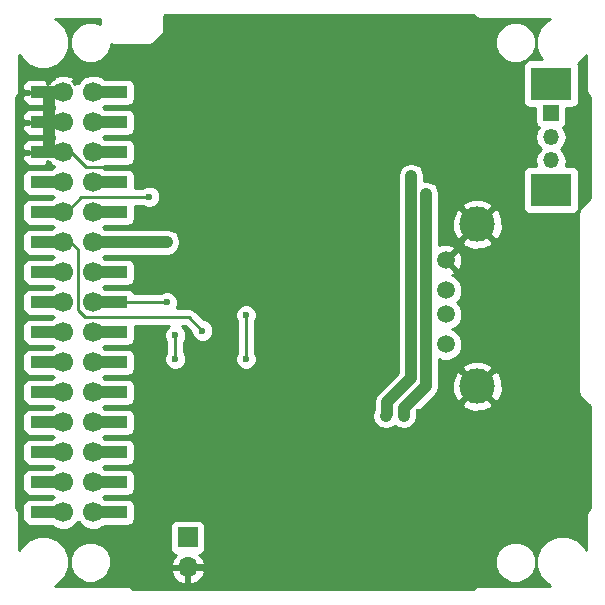
<source format=gbl>
G04 #@! TF.FileFunction,Copper,L2,Bot,Signal*
%FSLAX46Y46*%
G04 Gerber Fmt 4.6, Leading zero omitted, Abs format (unit mm)*
G04 Created by KiCad (PCBNEW 4.0.7) date 09/12/18 20:21:31*
%MOMM*%
%LPD*%
G01*
G04 APERTURE LIST*
%ADD10C,0.100000*%
%ADD11R,1.700000X1.700000*%
%ADD12O,1.700000X1.700000*%
%ADD13C,1.500000*%
%ADD14C,3.000000*%
%ADD15R,3.500000X2.800000*%
%ADD16R,1.350000X1.350000*%
%ADD17O,1.350000X1.350000*%
%ADD18R,3.150000X1.000000*%
%ADD19C,0.800000*%
%ADD20C,1.700000*%
%ADD21C,0.600000*%
%ADD22C,0.500000*%
%ADD23C,0.250000*%
%ADD24C,1.000000*%
%ADD25C,0.254000*%
G04 APERTURE END LIST*
D10*
D11*
X119240000Y-127920000D03*
D12*
X119240000Y-130460000D03*
D13*
X141100000Y-104452400D03*
X141100000Y-106992400D03*
X141100000Y-109022400D03*
X141100000Y-111562400D03*
D14*
X143770000Y-101402400D03*
X143770000Y-115122400D03*
D15*
X150000000Y-98500000D03*
D16*
X150000000Y-92000000D03*
D17*
X150000000Y-94000000D03*
X150000000Y-96000000D03*
D15*
X150000000Y-89500000D03*
D18*
X107475000Y-90220000D03*
D19*
X106825000Y-90220000D03*
D18*
X112555000Y-90220000D03*
X107475000Y-92760000D03*
X112555000Y-92760000D03*
X107475000Y-95300000D03*
X112555000Y-95300000D03*
X107475000Y-97840000D03*
X112555000Y-97840000D03*
X107475000Y-100380000D03*
X112555000Y-100380000D03*
X107475000Y-102920000D03*
X112555000Y-102920000D03*
X107475000Y-105460000D03*
X112555000Y-105460000D03*
X107475000Y-108000000D03*
X112555000Y-108000000D03*
X107475000Y-110540000D03*
X112555000Y-110540000D03*
X107475000Y-113080000D03*
X112555000Y-113080000D03*
X107475000Y-115620000D03*
X112555000Y-115620000D03*
X107475000Y-118160000D03*
X112555000Y-118160000D03*
X107475000Y-120700000D03*
X112555000Y-120700000D03*
X107475000Y-123240000D03*
X112555000Y-123240000D03*
X107475000Y-125780000D03*
X112555000Y-125780000D03*
D19*
X106825000Y-92760000D03*
X106825000Y-95300000D03*
X106825000Y-97840000D03*
X106825000Y-100380000D03*
X106825000Y-102920000D03*
X106825000Y-105460000D03*
X106825000Y-108000000D03*
X106825000Y-110540000D03*
X106825000Y-113080000D03*
X106825000Y-115620000D03*
X106825000Y-118160000D03*
X106825000Y-120700000D03*
X106825000Y-123240000D03*
X106825000Y-125780000D03*
X113175000Y-90220000D03*
X113175000Y-92760000D03*
X113175000Y-95300000D03*
X113175000Y-97840000D03*
X113175000Y-100380000D03*
X113175000Y-102920000D03*
X113175000Y-105460000D03*
X113175000Y-108000000D03*
X113175000Y-110540000D03*
X113175000Y-113080000D03*
X113175000Y-115620000D03*
X113175000Y-118160000D03*
X113175000Y-120700000D03*
X113175000Y-123240000D03*
X113175000Y-125780000D03*
D20*
X108730000Y-90220000D03*
X111270000Y-90220000D03*
X108730000Y-92760000D03*
X111270000Y-92760000D03*
X108730000Y-95300000D03*
X111270000Y-95300000D03*
X108730000Y-97840000D03*
X111270000Y-97840000D03*
X108730000Y-100380000D03*
X111270000Y-100380000D03*
X108730000Y-102920000D03*
X111270000Y-102920000D03*
X108730000Y-105460000D03*
X111270000Y-105460000D03*
X108730000Y-108000000D03*
X111270000Y-108000000D03*
X108730000Y-110540000D03*
X111270000Y-110540000D03*
X108730000Y-113080000D03*
X111270000Y-113080000D03*
X108730000Y-115620000D03*
X111270000Y-115620000D03*
X108730000Y-118160000D03*
X111270000Y-118160000D03*
X108730000Y-120700000D03*
X111270000Y-120700000D03*
X108730000Y-123240000D03*
X111270000Y-123240000D03*
X108730000Y-125780000D03*
X111270000Y-125780000D03*
D21*
X150355000Y-120935000D03*
X141846000Y-121062000D03*
X141719000Y-130460000D03*
X119875000Y-100361000D03*
X123939000Y-100361000D03*
X119875000Y-94000000D03*
X129908000Y-100361000D03*
X135369000Y-88423000D03*
X135369000Y-94011000D03*
X129908000Y-94011000D03*
X123939000Y-94011000D03*
X130035000Y-88423000D03*
X123939000Y-88423000D03*
X116700000Y-88423000D03*
X116700000Y-94011000D03*
X136400000Y-109100000D03*
X135400000Y-98800000D03*
X135400000Y-104500000D03*
X131800000Y-108000000D03*
X138800000Y-117332000D03*
X126400000Y-109200000D03*
X117505002Y-102901000D03*
X116000000Y-99073000D03*
X120500000Y-110400000D03*
X124200000Y-109100000D03*
X124200000Y-112800000D03*
X117500000Y-108000000D03*
X118200000Y-110800000D03*
X118200000Y-112800000D03*
X138163000Y-97313000D03*
X136004000Y-117633000D03*
X139433000Y-98837000D03*
X137528000Y-117633000D03*
D22*
X119240000Y-130460000D02*
X141719000Y-130460000D01*
X141973000Y-120935000D02*
X150355000Y-120935000D01*
X141846000Y-121062000D02*
X141973000Y-120935000D01*
X123939000Y-100361000D02*
X119875000Y-100361000D01*
X129908000Y-94011000D02*
X135369000Y-94011000D01*
X119875000Y-94000000D02*
X123928000Y-94000000D01*
X123928000Y-94000000D02*
X123939000Y-94011000D01*
X119864000Y-94011000D02*
X119748000Y-94011000D01*
X119875000Y-94000000D02*
X119864000Y-94011000D01*
X116700000Y-94011000D02*
X119748000Y-94011000D01*
X116700000Y-88423000D02*
X123939000Y-88423000D01*
X116700000Y-88423000D02*
X116700000Y-94011000D01*
D23*
X107475000Y-95300000D02*
X109353000Y-95300000D01*
X116700000Y-95535000D02*
X116700000Y-94011000D01*
X115684000Y-96551000D02*
X116700000Y-95535000D01*
X110604000Y-96551000D02*
X115684000Y-96551000D01*
X109353000Y-95300000D02*
X110604000Y-96551000D01*
D24*
X107475000Y-92760000D02*
X107475000Y-95300000D01*
X107475000Y-90220000D02*
X107475000Y-92760000D01*
X117486002Y-102920000D02*
X112555000Y-102920000D01*
X117505002Y-102901000D02*
X117486002Y-102920000D01*
D23*
X116000000Y-99073000D02*
X110200000Y-99073000D01*
X109020000Y-100380000D02*
X110200000Y-99073000D01*
X109020000Y-100380000D02*
X107475000Y-100380000D01*
X109320000Y-102920000D02*
X107475000Y-102920000D01*
X109952400Y-103527000D02*
X109320000Y-102920000D01*
X109952400Y-108627000D02*
X109952400Y-103527000D01*
X110550800Y-109250800D02*
X109952400Y-108627000D01*
X119350800Y-109250800D02*
X110550800Y-109250800D01*
X120500000Y-110400000D02*
X119350800Y-109250800D01*
X124200000Y-109100000D02*
X124200000Y-112800000D01*
X117500000Y-108000000D02*
X112555000Y-108000000D01*
X118200000Y-110800000D02*
X118200000Y-112800000D01*
D24*
X138163000Y-114458000D02*
X138163000Y-97313000D01*
X136131000Y-116490000D02*
X138163000Y-114458000D01*
X136131000Y-117506000D02*
X136131000Y-116490000D01*
X136004000Y-117633000D02*
X136131000Y-117506000D01*
X137528000Y-116998000D02*
X139433000Y-115093000D01*
X139433000Y-115093000D02*
X139433000Y-98837000D01*
X137528000Y-117633000D02*
X137528000Y-116998000D01*
D25*
G36*
X143497954Y-83802046D02*
X143728295Y-83955954D01*
X144000000Y-84010000D01*
X149963500Y-84010000D01*
X149735628Y-84104155D01*
X149106364Y-84732321D01*
X148765389Y-85553481D01*
X148764613Y-86442619D01*
X149104155Y-87264372D01*
X149292015Y-87452560D01*
X148250000Y-87452560D01*
X148014683Y-87496838D01*
X147798559Y-87635910D01*
X147653569Y-87848110D01*
X147602560Y-88100000D01*
X147602560Y-90900000D01*
X147646838Y-91135317D01*
X147785910Y-91351441D01*
X147998110Y-91496431D01*
X148250000Y-91547440D01*
X148677560Y-91547440D01*
X148677560Y-92675000D01*
X148721838Y-92910317D01*
X148860910Y-93126441D01*
X148965177Y-93197683D01*
X148764054Y-93498685D01*
X148664336Y-94000000D01*
X148764054Y-94501315D01*
X149048026Y-94926310D01*
X149158311Y-95000000D01*
X149048026Y-95073690D01*
X148764054Y-95498685D01*
X148664336Y-96000000D01*
X148754356Y-96452560D01*
X148250000Y-96452560D01*
X148014683Y-96496838D01*
X147798559Y-96635910D01*
X147653569Y-96848110D01*
X147602560Y-97100000D01*
X147602560Y-99900000D01*
X147646838Y-100135317D01*
X147785910Y-100351441D01*
X147998110Y-100496431D01*
X148250000Y-100547440D01*
X151750000Y-100547440D01*
X151985317Y-100503162D01*
X152201441Y-100364090D01*
X152346431Y-100151890D01*
X152397440Y-99900000D01*
X152397440Y-97100000D01*
X152353162Y-96864683D01*
X152214090Y-96648559D01*
X152001890Y-96503569D01*
X151750000Y-96452560D01*
X151245644Y-96452560D01*
X151335664Y-96000000D01*
X151235946Y-95498685D01*
X150951974Y-95073690D01*
X150841689Y-95000000D01*
X150951974Y-94926310D01*
X151235946Y-94501315D01*
X151335664Y-94000000D01*
X151235946Y-93498685D01*
X151034992Y-93197936D01*
X151126441Y-93139090D01*
X151271431Y-92926890D01*
X151322440Y-92675000D01*
X151322440Y-91547440D01*
X151750000Y-91547440D01*
X151985317Y-91503162D01*
X152201441Y-91364090D01*
X152346431Y-91151890D01*
X152397440Y-90900000D01*
X152397440Y-88100000D01*
X152353162Y-87864683D01*
X152330644Y-87829689D01*
X152893636Y-87267679D01*
X152990000Y-87035608D01*
X152990000Y-90000000D01*
X153044046Y-90271705D01*
X153197954Y-90502046D01*
X153290000Y-90594092D01*
X153290000Y-99205908D01*
X152497954Y-99997954D01*
X152344046Y-100228295D01*
X152290000Y-100500000D01*
X152290000Y-115500000D01*
X152344046Y-115771705D01*
X152497954Y-116002046D01*
X153290000Y-116794092D01*
X153290000Y-125405908D01*
X153197954Y-125497954D01*
X153044046Y-125728295D01*
X152990000Y-126000000D01*
X152990000Y-128963500D01*
X152895845Y-128735628D01*
X152267679Y-128106364D01*
X151446519Y-127765389D01*
X150557381Y-127764613D01*
X149735628Y-128104155D01*
X149106364Y-128732321D01*
X148765389Y-129553481D01*
X148764613Y-130442619D01*
X149104155Y-131264372D01*
X149732321Y-131893636D01*
X149964392Y-131990000D01*
X144000000Y-131990000D01*
X143728295Y-132044046D01*
X143497954Y-132197954D01*
X143405908Y-132290000D01*
X114594092Y-132290000D01*
X114502046Y-132197954D01*
X114271705Y-132044046D01*
X114000000Y-131990000D01*
X108036500Y-131990000D01*
X108264372Y-131895845D01*
X108893636Y-131267679D01*
X109234611Y-130446519D01*
X109234700Y-130343599D01*
X109264699Y-130343599D01*
X109528281Y-130981515D01*
X110015918Y-131470004D01*
X110653373Y-131734699D01*
X111343599Y-131735301D01*
X111981515Y-131471719D01*
X112470004Y-130984082D01*
X112539428Y-130816890D01*
X117798524Y-130816890D01*
X117968355Y-131226924D01*
X118358642Y-131655183D01*
X118883108Y-131901486D01*
X119113000Y-131780819D01*
X119113000Y-130587000D01*
X119367000Y-130587000D01*
X119367000Y-131780819D01*
X119596892Y-131901486D01*
X120121358Y-131655183D01*
X120511645Y-131226924D01*
X120681476Y-130816890D01*
X120560155Y-130587000D01*
X119367000Y-130587000D01*
X119113000Y-130587000D01*
X117919845Y-130587000D01*
X117798524Y-130816890D01*
X112539428Y-130816890D01*
X112734699Y-130346627D01*
X112734701Y-130343599D01*
X145264699Y-130343599D01*
X145528281Y-130981515D01*
X146015918Y-131470004D01*
X146653373Y-131734699D01*
X147343599Y-131735301D01*
X147981515Y-131471719D01*
X148470004Y-130984082D01*
X148734699Y-130346627D01*
X148735301Y-129656401D01*
X148471719Y-129018485D01*
X147984082Y-128529996D01*
X147346627Y-128265301D01*
X146656401Y-128264699D01*
X146018485Y-128528281D01*
X145529996Y-129015918D01*
X145265301Y-129653373D01*
X145264699Y-130343599D01*
X112734701Y-130343599D01*
X112735301Y-129656401D01*
X112471719Y-129018485D01*
X111984082Y-128529996D01*
X111346627Y-128265301D01*
X110656401Y-128264699D01*
X110018485Y-128528281D01*
X109529996Y-129015918D01*
X109265301Y-129653373D01*
X109264699Y-130343599D01*
X109234700Y-130343599D01*
X109235387Y-129557381D01*
X108895845Y-128735628D01*
X108267679Y-128106364D01*
X107446519Y-127765389D01*
X106557381Y-127764613D01*
X105735628Y-128104155D01*
X105106364Y-128732321D01*
X105010000Y-128964392D01*
X105010000Y-126000000D01*
X104955954Y-125728295D01*
X104802046Y-125497954D01*
X104710000Y-125405908D01*
X104710000Y-97340000D01*
X105252560Y-97340000D01*
X105252560Y-98340000D01*
X105296838Y-98575317D01*
X105435910Y-98791441D01*
X105648110Y-98936431D01*
X105900000Y-98987440D01*
X107777162Y-98987440D01*
X107887717Y-99098188D01*
X107915557Y-99109748D01*
X107889914Y-99120344D01*
X107777502Y-99232560D01*
X105900000Y-99232560D01*
X105664683Y-99276838D01*
X105448559Y-99415910D01*
X105303569Y-99628110D01*
X105252560Y-99880000D01*
X105252560Y-100880000D01*
X105296838Y-101115317D01*
X105435910Y-101331441D01*
X105648110Y-101476431D01*
X105900000Y-101527440D01*
X107777162Y-101527440D01*
X107887717Y-101638188D01*
X107915557Y-101649748D01*
X107889914Y-101660344D01*
X107777502Y-101772560D01*
X105900000Y-101772560D01*
X105664683Y-101816838D01*
X105448559Y-101955910D01*
X105303569Y-102168110D01*
X105252560Y-102420000D01*
X105252560Y-103420000D01*
X105296838Y-103655317D01*
X105435910Y-103871441D01*
X105648110Y-104016431D01*
X105900000Y-104067440D01*
X107777162Y-104067440D01*
X107887717Y-104178188D01*
X107915557Y-104189748D01*
X107889914Y-104200344D01*
X107777502Y-104312560D01*
X105900000Y-104312560D01*
X105664683Y-104356838D01*
X105448559Y-104495910D01*
X105303569Y-104708110D01*
X105252560Y-104960000D01*
X105252560Y-105960000D01*
X105296838Y-106195317D01*
X105435910Y-106411441D01*
X105648110Y-106556431D01*
X105900000Y-106607440D01*
X107777162Y-106607440D01*
X107887717Y-106718188D01*
X107915557Y-106729748D01*
X107889914Y-106740344D01*
X107777502Y-106852560D01*
X105900000Y-106852560D01*
X105664683Y-106896838D01*
X105448559Y-107035910D01*
X105303569Y-107248110D01*
X105252560Y-107500000D01*
X105252560Y-108500000D01*
X105296838Y-108735317D01*
X105435910Y-108951441D01*
X105648110Y-109096431D01*
X105900000Y-109147440D01*
X107777162Y-109147440D01*
X107887717Y-109258188D01*
X107915557Y-109269748D01*
X107889914Y-109280344D01*
X107777502Y-109392560D01*
X105900000Y-109392560D01*
X105664683Y-109436838D01*
X105448559Y-109575910D01*
X105303569Y-109788110D01*
X105252560Y-110040000D01*
X105252560Y-111040000D01*
X105296838Y-111275317D01*
X105435910Y-111491441D01*
X105648110Y-111636431D01*
X105900000Y-111687440D01*
X107777162Y-111687440D01*
X107887717Y-111798188D01*
X107915557Y-111809748D01*
X107889914Y-111820344D01*
X107777502Y-111932560D01*
X105900000Y-111932560D01*
X105664683Y-111976838D01*
X105448559Y-112115910D01*
X105303569Y-112328110D01*
X105252560Y-112580000D01*
X105252560Y-113580000D01*
X105296838Y-113815317D01*
X105435910Y-114031441D01*
X105648110Y-114176431D01*
X105900000Y-114227440D01*
X107777162Y-114227440D01*
X107887717Y-114338188D01*
X107915557Y-114349748D01*
X107889914Y-114360344D01*
X107777502Y-114472560D01*
X105900000Y-114472560D01*
X105664683Y-114516838D01*
X105448559Y-114655910D01*
X105303569Y-114868110D01*
X105252560Y-115120000D01*
X105252560Y-116120000D01*
X105296838Y-116355317D01*
X105435910Y-116571441D01*
X105648110Y-116716431D01*
X105900000Y-116767440D01*
X107777162Y-116767440D01*
X107887717Y-116878188D01*
X107915557Y-116889748D01*
X107889914Y-116900344D01*
X107777502Y-117012560D01*
X105900000Y-117012560D01*
X105664683Y-117056838D01*
X105448559Y-117195910D01*
X105303569Y-117408110D01*
X105252560Y-117660000D01*
X105252560Y-118660000D01*
X105296838Y-118895317D01*
X105435910Y-119111441D01*
X105648110Y-119256431D01*
X105900000Y-119307440D01*
X107777162Y-119307440D01*
X107887717Y-119418188D01*
X107915557Y-119429748D01*
X107889914Y-119440344D01*
X107777502Y-119552560D01*
X105900000Y-119552560D01*
X105664683Y-119596838D01*
X105448559Y-119735910D01*
X105303569Y-119948110D01*
X105252560Y-120200000D01*
X105252560Y-121200000D01*
X105296838Y-121435317D01*
X105435910Y-121651441D01*
X105648110Y-121796431D01*
X105900000Y-121847440D01*
X107777162Y-121847440D01*
X107887717Y-121958188D01*
X107915557Y-121969748D01*
X107889914Y-121980344D01*
X107777502Y-122092560D01*
X105900000Y-122092560D01*
X105664683Y-122136838D01*
X105448559Y-122275910D01*
X105303569Y-122488110D01*
X105252560Y-122740000D01*
X105252560Y-123740000D01*
X105296838Y-123975317D01*
X105435910Y-124191441D01*
X105648110Y-124336431D01*
X105900000Y-124387440D01*
X107777162Y-124387440D01*
X107887717Y-124498188D01*
X107915557Y-124509748D01*
X107889914Y-124520344D01*
X107777502Y-124632560D01*
X105900000Y-124632560D01*
X105664683Y-124676838D01*
X105448559Y-124815910D01*
X105303569Y-125028110D01*
X105252560Y-125280000D01*
X105252560Y-126280000D01*
X105296838Y-126515317D01*
X105435910Y-126731441D01*
X105648110Y-126876431D01*
X105900000Y-126927440D01*
X107777162Y-126927440D01*
X107887717Y-127038188D01*
X108433319Y-127264742D01*
X109024089Y-127265257D01*
X109570086Y-127039656D01*
X109988188Y-126622283D01*
X109999748Y-126594443D01*
X110010344Y-126620086D01*
X110427717Y-127038188D01*
X110973319Y-127264742D01*
X111564089Y-127265257D01*
X112036647Y-127070000D01*
X117742560Y-127070000D01*
X117742560Y-128770000D01*
X117786838Y-129005317D01*
X117925910Y-129221441D01*
X118138110Y-129366431D01*
X118246107Y-129388301D01*
X117968355Y-129693076D01*
X117798524Y-130103110D01*
X117919845Y-130333000D01*
X119113000Y-130333000D01*
X119113000Y-130313000D01*
X119367000Y-130313000D01*
X119367000Y-130333000D01*
X120560155Y-130333000D01*
X120681476Y-130103110D01*
X120511645Y-129693076D01*
X120235499Y-129390063D01*
X120325317Y-129373162D01*
X120541441Y-129234090D01*
X120686431Y-129021890D01*
X120737440Y-128770000D01*
X120737440Y-127070000D01*
X120693162Y-126834683D01*
X120554090Y-126618559D01*
X120341890Y-126473569D01*
X120090000Y-126422560D01*
X118390000Y-126422560D01*
X118154683Y-126466838D01*
X117938559Y-126605910D01*
X117793569Y-126818110D01*
X117742560Y-127070000D01*
X112036647Y-127070000D01*
X112110086Y-127039656D01*
X112222498Y-126927440D01*
X114130000Y-126927440D01*
X114365317Y-126883162D01*
X114581441Y-126744090D01*
X114726431Y-126531890D01*
X114777440Y-126280000D01*
X114777440Y-125280000D01*
X114733162Y-125044683D01*
X114594090Y-124828559D01*
X114381890Y-124683569D01*
X114130000Y-124632560D01*
X112222838Y-124632560D01*
X112112283Y-124521812D01*
X112084443Y-124510252D01*
X112110086Y-124499656D01*
X112222498Y-124387440D01*
X114130000Y-124387440D01*
X114365317Y-124343162D01*
X114581441Y-124204090D01*
X114726431Y-123991890D01*
X114777440Y-123740000D01*
X114777440Y-122740000D01*
X114733162Y-122504683D01*
X114594090Y-122288559D01*
X114381890Y-122143569D01*
X114130000Y-122092560D01*
X112222838Y-122092560D01*
X112112283Y-121981812D01*
X112084443Y-121970252D01*
X112110086Y-121959656D01*
X112222498Y-121847440D01*
X114130000Y-121847440D01*
X114365317Y-121803162D01*
X114581441Y-121664090D01*
X114726431Y-121451890D01*
X114777440Y-121200000D01*
X114777440Y-120200000D01*
X114733162Y-119964683D01*
X114594090Y-119748559D01*
X114381890Y-119603569D01*
X114130000Y-119552560D01*
X112222838Y-119552560D01*
X112112283Y-119441812D01*
X112084443Y-119430252D01*
X112110086Y-119419656D01*
X112222498Y-119307440D01*
X114130000Y-119307440D01*
X114365317Y-119263162D01*
X114581441Y-119124090D01*
X114726431Y-118911890D01*
X114777440Y-118660000D01*
X114777440Y-117660000D01*
X114772360Y-117633000D01*
X134869000Y-117633000D01*
X134955397Y-118067345D01*
X135201434Y-118435566D01*
X135569655Y-118681603D01*
X136004000Y-118768000D01*
X136438345Y-118681603D01*
X136766000Y-118462671D01*
X137093654Y-118681603D01*
X137528000Y-118768000D01*
X137962346Y-118681603D01*
X138330566Y-118435566D01*
X138576603Y-118067346D01*
X138663000Y-117633000D01*
X138663000Y-117468132D01*
X139494762Y-116636370D01*
X142435635Y-116636370D01*
X142595418Y-116955139D01*
X143386187Y-117265123D01*
X144235387Y-117248897D01*
X144944582Y-116955139D01*
X145104365Y-116636370D01*
X143770000Y-115302005D01*
X142435635Y-116636370D01*
X139494762Y-116636370D01*
X140235566Y-115895566D01*
X140318327Y-115771705D01*
X140481603Y-115527346D01*
X140568000Y-115093000D01*
X140568000Y-114738587D01*
X141627277Y-114738587D01*
X141643503Y-115587787D01*
X141937261Y-116296982D01*
X142256030Y-116456765D01*
X143590395Y-115122400D01*
X143949605Y-115122400D01*
X145283970Y-116456765D01*
X145602739Y-116296982D01*
X145912723Y-115506213D01*
X145896497Y-114657013D01*
X145602739Y-113947818D01*
X145283970Y-113788035D01*
X143949605Y-115122400D01*
X143590395Y-115122400D01*
X142256030Y-113788035D01*
X141937261Y-113947818D01*
X141627277Y-114738587D01*
X140568000Y-114738587D01*
X140568000Y-113608430D01*
X142435635Y-113608430D01*
X143770000Y-114942795D01*
X145104365Y-113608430D01*
X144944582Y-113289661D01*
X144153813Y-112979677D01*
X143304613Y-112995903D01*
X142595418Y-113289661D01*
X142435635Y-113608430D01*
X140568000Y-113608430D01*
X140568000Y-112841150D01*
X140823298Y-112947159D01*
X141374285Y-112947640D01*
X141883515Y-112737231D01*
X142273461Y-112347964D01*
X142484759Y-111839102D01*
X142485240Y-111288115D01*
X142274831Y-110778885D01*
X141885564Y-110388939D01*
X141653130Y-110292424D01*
X141883515Y-110197231D01*
X142273461Y-109807964D01*
X142484759Y-109299102D01*
X142485240Y-108748115D01*
X142274831Y-108238885D01*
X142043687Y-108007338D01*
X142273461Y-107777964D01*
X142484759Y-107269102D01*
X142485240Y-106718115D01*
X142274831Y-106208885D01*
X141885564Y-105818939D01*
X141669021Y-105729023D01*
X141823923Y-105664860D01*
X141891912Y-105423917D01*
X141100000Y-104632005D01*
X141085858Y-104646148D01*
X140906253Y-104466543D01*
X140920395Y-104452400D01*
X141279605Y-104452400D01*
X142071517Y-105244312D01*
X142312460Y-105176323D01*
X142497201Y-104657229D01*
X142469230Y-104106952D01*
X142312460Y-103728477D01*
X142071517Y-103660488D01*
X141279605Y-104452400D01*
X140920395Y-104452400D01*
X140906253Y-104438258D01*
X141085858Y-104258653D01*
X141100000Y-104272795D01*
X141891912Y-103480883D01*
X141823923Y-103239940D01*
X141304829Y-103055199D01*
X140754552Y-103083170D01*
X140568000Y-103160443D01*
X140568000Y-102916370D01*
X142435635Y-102916370D01*
X142595418Y-103235139D01*
X143386187Y-103545123D01*
X144235387Y-103528897D01*
X144944582Y-103235139D01*
X145104365Y-102916370D01*
X143770000Y-101582005D01*
X142435635Y-102916370D01*
X140568000Y-102916370D01*
X140568000Y-101018587D01*
X141627277Y-101018587D01*
X141643503Y-101867787D01*
X141937261Y-102576982D01*
X142256030Y-102736765D01*
X143590395Y-101402400D01*
X143949605Y-101402400D01*
X145283970Y-102736765D01*
X145602739Y-102576982D01*
X145912723Y-101786213D01*
X145896497Y-100937013D01*
X145602739Y-100227818D01*
X145283970Y-100068035D01*
X143949605Y-101402400D01*
X143590395Y-101402400D01*
X142256030Y-100068035D01*
X141937261Y-100227818D01*
X141627277Y-101018587D01*
X140568000Y-101018587D01*
X140568000Y-99888430D01*
X142435635Y-99888430D01*
X143770000Y-101222795D01*
X145104365Y-99888430D01*
X144944582Y-99569661D01*
X144153813Y-99259677D01*
X143304613Y-99275903D01*
X142595418Y-99569661D01*
X142435635Y-99888430D01*
X140568000Y-99888430D01*
X140568000Y-98837000D01*
X140481603Y-98402654D01*
X140235566Y-98034434D01*
X139867346Y-97788397D01*
X139433000Y-97702000D01*
X139298000Y-97728853D01*
X139298000Y-97313000D01*
X139211603Y-96878654D01*
X138965566Y-96510434D01*
X138597346Y-96264397D01*
X138163000Y-96178000D01*
X137728654Y-96264397D01*
X137360434Y-96510434D01*
X137114397Y-96878654D01*
X137028000Y-97313000D01*
X137028000Y-113987868D01*
X135328434Y-115687434D01*
X135082397Y-116055654D01*
X134996000Y-116490000D01*
X134996000Y-117137888D01*
X134955397Y-117198655D01*
X134869000Y-117633000D01*
X114772360Y-117633000D01*
X114733162Y-117424683D01*
X114594090Y-117208559D01*
X114381890Y-117063569D01*
X114130000Y-117012560D01*
X112222838Y-117012560D01*
X112112283Y-116901812D01*
X112084443Y-116890252D01*
X112110086Y-116879656D01*
X112222498Y-116767440D01*
X114130000Y-116767440D01*
X114365317Y-116723162D01*
X114581441Y-116584090D01*
X114726431Y-116371890D01*
X114777440Y-116120000D01*
X114777440Y-115120000D01*
X114733162Y-114884683D01*
X114594090Y-114668559D01*
X114381890Y-114523569D01*
X114130000Y-114472560D01*
X112222838Y-114472560D01*
X112112283Y-114361812D01*
X112084443Y-114350252D01*
X112110086Y-114339656D01*
X112222498Y-114227440D01*
X114130000Y-114227440D01*
X114365317Y-114183162D01*
X114581441Y-114044090D01*
X114726431Y-113831890D01*
X114777440Y-113580000D01*
X114777440Y-112580000D01*
X114733162Y-112344683D01*
X114594090Y-112128559D01*
X114381890Y-111983569D01*
X114130000Y-111932560D01*
X112222838Y-111932560D01*
X112112283Y-111821812D01*
X112084443Y-111810252D01*
X112110086Y-111799656D01*
X112222498Y-111687440D01*
X114130000Y-111687440D01*
X114365317Y-111643162D01*
X114581441Y-111504090D01*
X114726431Y-111291890D01*
X114777440Y-111040000D01*
X114777440Y-110040000D01*
X114771946Y-110010800D01*
X117667133Y-110010800D01*
X117407808Y-110269673D01*
X117265162Y-110613201D01*
X117264838Y-110985167D01*
X117406883Y-111328943D01*
X117440000Y-111362118D01*
X117440000Y-112237537D01*
X117407808Y-112269673D01*
X117265162Y-112613201D01*
X117264838Y-112985167D01*
X117406883Y-113328943D01*
X117669673Y-113592192D01*
X118013201Y-113734838D01*
X118385167Y-113735162D01*
X118728943Y-113593117D01*
X118992192Y-113330327D01*
X119134838Y-112986799D01*
X119135162Y-112614833D01*
X118993117Y-112271057D01*
X118960000Y-112237882D01*
X118960000Y-111362463D01*
X118992192Y-111330327D01*
X119134838Y-110986799D01*
X119135162Y-110614833D01*
X118993117Y-110271057D01*
X118733314Y-110010800D01*
X119035998Y-110010800D01*
X119564878Y-110539680D01*
X119564838Y-110585167D01*
X119706883Y-110928943D01*
X119969673Y-111192192D01*
X120313201Y-111334838D01*
X120685167Y-111335162D01*
X121028943Y-111193117D01*
X121292192Y-110930327D01*
X121434838Y-110586799D01*
X121435162Y-110214833D01*
X121293117Y-109871057D01*
X121030327Y-109607808D01*
X120686799Y-109465162D01*
X120639923Y-109465121D01*
X120459969Y-109285167D01*
X123264838Y-109285167D01*
X123406883Y-109628943D01*
X123440000Y-109662118D01*
X123440000Y-112237537D01*
X123407808Y-112269673D01*
X123265162Y-112613201D01*
X123264838Y-112985167D01*
X123406883Y-113328943D01*
X123669673Y-113592192D01*
X124013201Y-113734838D01*
X124385167Y-113735162D01*
X124728943Y-113593117D01*
X124992192Y-113330327D01*
X125134838Y-112986799D01*
X125135162Y-112614833D01*
X124993117Y-112271057D01*
X124960000Y-112237882D01*
X124960000Y-109662463D01*
X124992192Y-109630327D01*
X125134838Y-109286799D01*
X125135162Y-108914833D01*
X124993117Y-108571057D01*
X124730327Y-108307808D01*
X124386799Y-108165162D01*
X124014833Y-108164838D01*
X123671057Y-108306883D01*
X123407808Y-108569673D01*
X123265162Y-108913201D01*
X123264838Y-109285167D01*
X120459969Y-109285167D01*
X119888201Y-108713399D01*
X119641639Y-108548652D01*
X119350800Y-108490800D01*
X118308605Y-108490800D01*
X118434838Y-108186799D01*
X118435162Y-107814833D01*
X118293117Y-107471057D01*
X118030327Y-107207808D01*
X117686799Y-107065162D01*
X117314833Y-107064838D01*
X116971057Y-107206883D01*
X116937882Y-107240000D01*
X114717279Y-107240000D01*
X114594090Y-107048559D01*
X114381890Y-106903569D01*
X114130000Y-106852560D01*
X112222838Y-106852560D01*
X112112283Y-106741812D01*
X112084443Y-106730252D01*
X112110086Y-106719656D01*
X112222498Y-106607440D01*
X114130000Y-106607440D01*
X114365317Y-106563162D01*
X114581441Y-106424090D01*
X114726431Y-106211890D01*
X114777440Y-105960000D01*
X114777440Y-104960000D01*
X114733162Y-104724683D01*
X114594090Y-104508559D01*
X114381890Y-104363569D01*
X114130000Y-104312560D01*
X112222838Y-104312560D01*
X112112283Y-104201812D01*
X112084443Y-104190252D01*
X112110086Y-104179656D01*
X112222498Y-104067440D01*
X114130000Y-104067440D01*
X114196113Y-104055000D01*
X117486002Y-104055000D01*
X117920348Y-103968603D01*
X118288568Y-103722566D01*
X118307568Y-103703566D01*
X118553605Y-103335345D01*
X118640002Y-102901000D01*
X118553605Y-102466655D01*
X118307568Y-102098434D01*
X117939347Y-101852397D01*
X117505002Y-101766000D01*
X117409483Y-101785000D01*
X114191431Y-101785000D01*
X114130000Y-101772560D01*
X112222838Y-101772560D01*
X112112283Y-101661812D01*
X112084443Y-101650252D01*
X112110086Y-101639656D01*
X112222498Y-101527440D01*
X114130000Y-101527440D01*
X114365317Y-101483162D01*
X114581441Y-101344090D01*
X114726431Y-101131890D01*
X114777440Y-100880000D01*
X114777440Y-99880000D01*
X114768596Y-99833000D01*
X115437537Y-99833000D01*
X115469673Y-99865192D01*
X115813201Y-100007838D01*
X116185167Y-100008162D01*
X116528943Y-99866117D01*
X116792192Y-99603327D01*
X116934838Y-99259799D01*
X116935162Y-98887833D01*
X116793117Y-98544057D01*
X116530327Y-98280808D01*
X116186799Y-98138162D01*
X115814833Y-98137838D01*
X115471057Y-98279883D01*
X115437882Y-98313000D01*
X114777440Y-98313000D01*
X114777440Y-97340000D01*
X114733162Y-97104683D01*
X114594090Y-96888559D01*
X114381890Y-96743569D01*
X114130000Y-96692560D01*
X112222838Y-96692560D01*
X112112283Y-96581812D01*
X112084443Y-96570252D01*
X112110086Y-96559656D01*
X112222498Y-96447440D01*
X114130000Y-96447440D01*
X114365317Y-96403162D01*
X114581441Y-96264090D01*
X114726431Y-96051890D01*
X114777440Y-95800000D01*
X114777440Y-94800000D01*
X114733162Y-94564683D01*
X114594090Y-94348559D01*
X114381890Y-94203569D01*
X114130000Y-94152560D01*
X112222838Y-94152560D01*
X112112283Y-94041812D01*
X112084443Y-94030252D01*
X112110086Y-94019656D01*
X112222498Y-93907440D01*
X114130000Y-93907440D01*
X114365317Y-93863162D01*
X114581441Y-93724090D01*
X114726431Y-93511890D01*
X114777440Y-93260000D01*
X114777440Y-92260000D01*
X114733162Y-92024683D01*
X114594090Y-91808559D01*
X114381890Y-91663569D01*
X114130000Y-91612560D01*
X112222838Y-91612560D01*
X112112283Y-91501812D01*
X112084443Y-91490252D01*
X112110086Y-91479656D01*
X112222498Y-91367440D01*
X114130000Y-91367440D01*
X114365317Y-91323162D01*
X114581441Y-91184090D01*
X114726431Y-90971890D01*
X114777440Y-90720000D01*
X114777440Y-89720000D01*
X114733162Y-89484683D01*
X114594090Y-89268559D01*
X114381890Y-89123569D01*
X114130000Y-89072560D01*
X112222838Y-89072560D01*
X112112283Y-88961812D01*
X111566681Y-88735258D01*
X110975911Y-88734743D01*
X110429914Y-88960344D01*
X110011812Y-89377717D01*
X109992049Y-89425312D01*
X109773958Y-89355647D01*
X109641334Y-89488271D01*
X109588327Y-89360301D01*
X109499210Y-89271185D01*
X109594353Y-89176042D01*
X109514080Y-88924741D01*
X108958721Y-88723282D01*
X108368542Y-88749685D01*
X107945920Y-88924741D01*
X107894729Y-89085000D01*
X107760750Y-89085000D01*
X107602000Y-89243750D01*
X107602000Y-89382493D01*
X107506778Y-89412910D01*
X107479630Y-89385762D01*
X107362745Y-89502647D01*
X107348000Y-89380483D01*
X107348000Y-89243750D01*
X107189250Y-89085000D01*
X105773691Y-89085000D01*
X105540302Y-89181673D01*
X105361673Y-89360301D01*
X105265000Y-89593690D01*
X105265000Y-89934250D01*
X105423750Y-90093000D01*
X105778600Y-90093000D01*
X105776691Y-90098931D01*
X105796921Y-90347000D01*
X105423750Y-90347000D01*
X105265000Y-90505750D01*
X105265000Y-90846310D01*
X105361673Y-91079699D01*
X105540302Y-91258327D01*
X105773691Y-91355000D01*
X107189250Y-91355000D01*
X107348000Y-91196250D01*
X107348000Y-91059517D01*
X107362745Y-90937353D01*
X107479630Y-91054238D01*
X107506778Y-91027090D01*
X107602000Y-91057507D01*
X107602000Y-91196250D01*
X107760750Y-91355000D01*
X107894729Y-91355000D01*
X107937852Y-91490000D01*
X107894729Y-91625000D01*
X107760750Y-91625000D01*
X107602000Y-91783750D01*
X107602000Y-91922493D01*
X107506778Y-91952910D01*
X107479630Y-91925762D01*
X107362745Y-92042647D01*
X107348000Y-91920483D01*
X107348000Y-91783750D01*
X107189250Y-91625000D01*
X105773691Y-91625000D01*
X105540302Y-91721673D01*
X105361673Y-91900301D01*
X105265000Y-92133690D01*
X105265000Y-92474250D01*
X105423750Y-92633000D01*
X105778600Y-92633000D01*
X105776691Y-92638931D01*
X105796921Y-92887000D01*
X105423750Y-92887000D01*
X105265000Y-93045750D01*
X105265000Y-93386310D01*
X105361673Y-93619699D01*
X105540302Y-93798327D01*
X105773691Y-93895000D01*
X107189250Y-93895000D01*
X107348000Y-93736250D01*
X107348000Y-93599517D01*
X107362745Y-93477353D01*
X107479630Y-93594238D01*
X107506778Y-93567090D01*
X107602000Y-93597507D01*
X107602000Y-93736250D01*
X107760750Y-93895000D01*
X107894729Y-93895000D01*
X107937852Y-94030000D01*
X107894729Y-94165000D01*
X107760750Y-94165000D01*
X107602000Y-94323750D01*
X107602000Y-94462493D01*
X107506778Y-94492910D01*
X107479630Y-94465762D01*
X107362745Y-94582647D01*
X107348000Y-94460483D01*
X107348000Y-94323750D01*
X107189250Y-94165000D01*
X105773691Y-94165000D01*
X105540302Y-94261673D01*
X105361673Y-94440301D01*
X105265000Y-94673690D01*
X105265000Y-95014250D01*
X105423750Y-95173000D01*
X105778600Y-95173000D01*
X105776691Y-95178931D01*
X105796921Y-95427000D01*
X105423750Y-95427000D01*
X105265000Y-95585750D01*
X105265000Y-95926310D01*
X105361673Y-96159699D01*
X105540302Y-96338327D01*
X105773691Y-96435000D01*
X107189250Y-96435000D01*
X107348000Y-96276250D01*
X107348000Y-96139517D01*
X107362745Y-96017353D01*
X107479630Y-96134238D01*
X107506778Y-96107090D01*
X107602000Y-96137507D01*
X107602000Y-96276250D01*
X107760750Y-96435000D01*
X107894729Y-96435000D01*
X107935181Y-96561640D01*
X107889914Y-96580344D01*
X107777502Y-96692560D01*
X105900000Y-96692560D01*
X105664683Y-96736838D01*
X105448559Y-96875910D01*
X105303569Y-97088110D01*
X105252560Y-97340000D01*
X104710000Y-97340000D01*
X104710000Y-90594092D01*
X104802046Y-90502046D01*
X104955954Y-90271705D01*
X105010000Y-90000000D01*
X105010000Y-87036500D01*
X105104155Y-87264372D01*
X105732321Y-87893636D01*
X106553481Y-88234611D01*
X107442619Y-88235387D01*
X108264372Y-87895845D01*
X108893636Y-87267679D01*
X109234611Y-86446519D01*
X109235387Y-85557381D01*
X108895845Y-84735628D01*
X108267679Y-84106364D01*
X108035608Y-84010000D01*
X111790000Y-84010000D01*
X111790000Y-84449406D01*
X111346627Y-84265301D01*
X110656401Y-84264699D01*
X110018485Y-84528281D01*
X109529996Y-85015918D01*
X109265301Y-85653373D01*
X109264699Y-86343599D01*
X109528281Y-86981515D01*
X110015918Y-87470004D01*
X110653373Y-87734699D01*
X111343599Y-87735301D01*
X111981515Y-87471719D01*
X112470004Y-86984082D01*
X112734699Y-86346627D01*
X112734701Y-86343599D01*
X145264699Y-86343599D01*
X145528281Y-86981515D01*
X146015918Y-87470004D01*
X146653373Y-87734699D01*
X147343599Y-87735301D01*
X147981515Y-87471719D01*
X148470004Y-86984082D01*
X148734699Y-86346627D01*
X148735301Y-85656401D01*
X148471719Y-85018485D01*
X147984082Y-84529996D01*
X147346627Y-84265301D01*
X146656401Y-84264699D01*
X146018485Y-84528281D01*
X145529996Y-85015918D01*
X145265301Y-85653373D01*
X145264699Y-86343599D01*
X112734701Y-86343599D01*
X112734864Y-86157261D01*
X113000000Y-86210000D01*
X116000000Y-86210000D01*
X116271705Y-86155954D01*
X116502046Y-86002046D01*
X117002046Y-85502046D01*
X117155954Y-85271705D01*
X117210000Y-85000000D01*
X117210000Y-83794092D01*
X117294092Y-83710000D01*
X143405908Y-83710000D01*
X143497954Y-83802046D01*
X143497954Y-83802046D01*
G37*
X143497954Y-83802046D02*
X143728295Y-83955954D01*
X144000000Y-84010000D01*
X149963500Y-84010000D01*
X149735628Y-84104155D01*
X149106364Y-84732321D01*
X148765389Y-85553481D01*
X148764613Y-86442619D01*
X149104155Y-87264372D01*
X149292015Y-87452560D01*
X148250000Y-87452560D01*
X148014683Y-87496838D01*
X147798559Y-87635910D01*
X147653569Y-87848110D01*
X147602560Y-88100000D01*
X147602560Y-90900000D01*
X147646838Y-91135317D01*
X147785910Y-91351441D01*
X147998110Y-91496431D01*
X148250000Y-91547440D01*
X148677560Y-91547440D01*
X148677560Y-92675000D01*
X148721838Y-92910317D01*
X148860910Y-93126441D01*
X148965177Y-93197683D01*
X148764054Y-93498685D01*
X148664336Y-94000000D01*
X148764054Y-94501315D01*
X149048026Y-94926310D01*
X149158311Y-95000000D01*
X149048026Y-95073690D01*
X148764054Y-95498685D01*
X148664336Y-96000000D01*
X148754356Y-96452560D01*
X148250000Y-96452560D01*
X148014683Y-96496838D01*
X147798559Y-96635910D01*
X147653569Y-96848110D01*
X147602560Y-97100000D01*
X147602560Y-99900000D01*
X147646838Y-100135317D01*
X147785910Y-100351441D01*
X147998110Y-100496431D01*
X148250000Y-100547440D01*
X151750000Y-100547440D01*
X151985317Y-100503162D01*
X152201441Y-100364090D01*
X152346431Y-100151890D01*
X152397440Y-99900000D01*
X152397440Y-97100000D01*
X152353162Y-96864683D01*
X152214090Y-96648559D01*
X152001890Y-96503569D01*
X151750000Y-96452560D01*
X151245644Y-96452560D01*
X151335664Y-96000000D01*
X151235946Y-95498685D01*
X150951974Y-95073690D01*
X150841689Y-95000000D01*
X150951974Y-94926310D01*
X151235946Y-94501315D01*
X151335664Y-94000000D01*
X151235946Y-93498685D01*
X151034992Y-93197936D01*
X151126441Y-93139090D01*
X151271431Y-92926890D01*
X151322440Y-92675000D01*
X151322440Y-91547440D01*
X151750000Y-91547440D01*
X151985317Y-91503162D01*
X152201441Y-91364090D01*
X152346431Y-91151890D01*
X152397440Y-90900000D01*
X152397440Y-88100000D01*
X152353162Y-87864683D01*
X152330644Y-87829689D01*
X152893636Y-87267679D01*
X152990000Y-87035608D01*
X152990000Y-90000000D01*
X153044046Y-90271705D01*
X153197954Y-90502046D01*
X153290000Y-90594092D01*
X153290000Y-99205908D01*
X152497954Y-99997954D01*
X152344046Y-100228295D01*
X152290000Y-100500000D01*
X152290000Y-115500000D01*
X152344046Y-115771705D01*
X152497954Y-116002046D01*
X153290000Y-116794092D01*
X153290000Y-125405908D01*
X153197954Y-125497954D01*
X153044046Y-125728295D01*
X152990000Y-126000000D01*
X152990000Y-128963500D01*
X152895845Y-128735628D01*
X152267679Y-128106364D01*
X151446519Y-127765389D01*
X150557381Y-127764613D01*
X149735628Y-128104155D01*
X149106364Y-128732321D01*
X148765389Y-129553481D01*
X148764613Y-130442619D01*
X149104155Y-131264372D01*
X149732321Y-131893636D01*
X149964392Y-131990000D01*
X144000000Y-131990000D01*
X143728295Y-132044046D01*
X143497954Y-132197954D01*
X143405908Y-132290000D01*
X114594092Y-132290000D01*
X114502046Y-132197954D01*
X114271705Y-132044046D01*
X114000000Y-131990000D01*
X108036500Y-131990000D01*
X108264372Y-131895845D01*
X108893636Y-131267679D01*
X109234611Y-130446519D01*
X109234700Y-130343599D01*
X109264699Y-130343599D01*
X109528281Y-130981515D01*
X110015918Y-131470004D01*
X110653373Y-131734699D01*
X111343599Y-131735301D01*
X111981515Y-131471719D01*
X112470004Y-130984082D01*
X112539428Y-130816890D01*
X117798524Y-130816890D01*
X117968355Y-131226924D01*
X118358642Y-131655183D01*
X118883108Y-131901486D01*
X119113000Y-131780819D01*
X119113000Y-130587000D01*
X119367000Y-130587000D01*
X119367000Y-131780819D01*
X119596892Y-131901486D01*
X120121358Y-131655183D01*
X120511645Y-131226924D01*
X120681476Y-130816890D01*
X120560155Y-130587000D01*
X119367000Y-130587000D01*
X119113000Y-130587000D01*
X117919845Y-130587000D01*
X117798524Y-130816890D01*
X112539428Y-130816890D01*
X112734699Y-130346627D01*
X112734701Y-130343599D01*
X145264699Y-130343599D01*
X145528281Y-130981515D01*
X146015918Y-131470004D01*
X146653373Y-131734699D01*
X147343599Y-131735301D01*
X147981515Y-131471719D01*
X148470004Y-130984082D01*
X148734699Y-130346627D01*
X148735301Y-129656401D01*
X148471719Y-129018485D01*
X147984082Y-128529996D01*
X147346627Y-128265301D01*
X146656401Y-128264699D01*
X146018485Y-128528281D01*
X145529996Y-129015918D01*
X145265301Y-129653373D01*
X145264699Y-130343599D01*
X112734701Y-130343599D01*
X112735301Y-129656401D01*
X112471719Y-129018485D01*
X111984082Y-128529996D01*
X111346627Y-128265301D01*
X110656401Y-128264699D01*
X110018485Y-128528281D01*
X109529996Y-129015918D01*
X109265301Y-129653373D01*
X109264699Y-130343599D01*
X109234700Y-130343599D01*
X109235387Y-129557381D01*
X108895845Y-128735628D01*
X108267679Y-128106364D01*
X107446519Y-127765389D01*
X106557381Y-127764613D01*
X105735628Y-128104155D01*
X105106364Y-128732321D01*
X105010000Y-128964392D01*
X105010000Y-126000000D01*
X104955954Y-125728295D01*
X104802046Y-125497954D01*
X104710000Y-125405908D01*
X104710000Y-97340000D01*
X105252560Y-97340000D01*
X105252560Y-98340000D01*
X105296838Y-98575317D01*
X105435910Y-98791441D01*
X105648110Y-98936431D01*
X105900000Y-98987440D01*
X107777162Y-98987440D01*
X107887717Y-99098188D01*
X107915557Y-99109748D01*
X107889914Y-99120344D01*
X107777502Y-99232560D01*
X105900000Y-99232560D01*
X105664683Y-99276838D01*
X105448559Y-99415910D01*
X105303569Y-99628110D01*
X105252560Y-99880000D01*
X105252560Y-100880000D01*
X105296838Y-101115317D01*
X105435910Y-101331441D01*
X105648110Y-101476431D01*
X105900000Y-101527440D01*
X107777162Y-101527440D01*
X107887717Y-101638188D01*
X107915557Y-101649748D01*
X107889914Y-101660344D01*
X107777502Y-101772560D01*
X105900000Y-101772560D01*
X105664683Y-101816838D01*
X105448559Y-101955910D01*
X105303569Y-102168110D01*
X105252560Y-102420000D01*
X105252560Y-103420000D01*
X105296838Y-103655317D01*
X105435910Y-103871441D01*
X105648110Y-104016431D01*
X105900000Y-104067440D01*
X107777162Y-104067440D01*
X107887717Y-104178188D01*
X107915557Y-104189748D01*
X107889914Y-104200344D01*
X107777502Y-104312560D01*
X105900000Y-104312560D01*
X105664683Y-104356838D01*
X105448559Y-104495910D01*
X105303569Y-104708110D01*
X105252560Y-104960000D01*
X105252560Y-105960000D01*
X105296838Y-106195317D01*
X105435910Y-106411441D01*
X105648110Y-106556431D01*
X105900000Y-106607440D01*
X107777162Y-106607440D01*
X107887717Y-106718188D01*
X107915557Y-106729748D01*
X107889914Y-106740344D01*
X107777502Y-106852560D01*
X105900000Y-106852560D01*
X105664683Y-106896838D01*
X105448559Y-107035910D01*
X105303569Y-107248110D01*
X105252560Y-107500000D01*
X105252560Y-108500000D01*
X105296838Y-108735317D01*
X105435910Y-108951441D01*
X105648110Y-109096431D01*
X105900000Y-109147440D01*
X107777162Y-109147440D01*
X107887717Y-109258188D01*
X107915557Y-109269748D01*
X107889914Y-109280344D01*
X107777502Y-109392560D01*
X105900000Y-109392560D01*
X105664683Y-109436838D01*
X105448559Y-109575910D01*
X105303569Y-109788110D01*
X105252560Y-110040000D01*
X105252560Y-111040000D01*
X105296838Y-111275317D01*
X105435910Y-111491441D01*
X105648110Y-111636431D01*
X105900000Y-111687440D01*
X107777162Y-111687440D01*
X107887717Y-111798188D01*
X107915557Y-111809748D01*
X107889914Y-111820344D01*
X107777502Y-111932560D01*
X105900000Y-111932560D01*
X105664683Y-111976838D01*
X105448559Y-112115910D01*
X105303569Y-112328110D01*
X105252560Y-112580000D01*
X105252560Y-113580000D01*
X105296838Y-113815317D01*
X105435910Y-114031441D01*
X105648110Y-114176431D01*
X105900000Y-114227440D01*
X107777162Y-114227440D01*
X107887717Y-114338188D01*
X107915557Y-114349748D01*
X107889914Y-114360344D01*
X107777502Y-114472560D01*
X105900000Y-114472560D01*
X105664683Y-114516838D01*
X105448559Y-114655910D01*
X105303569Y-114868110D01*
X105252560Y-115120000D01*
X105252560Y-116120000D01*
X105296838Y-116355317D01*
X105435910Y-116571441D01*
X105648110Y-116716431D01*
X105900000Y-116767440D01*
X107777162Y-116767440D01*
X107887717Y-116878188D01*
X107915557Y-116889748D01*
X107889914Y-116900344D01*
X107777502Y-117012560D01*
X105900000Y-117012560D01*
X105664683Y-117056838D01*
X105448559Y-117195910D01*
X105303569Y-117408110D01*
X105252560Y-117660000D01*
X105252560Y-118660000D01*
X105296838Y-118895317D01*
X105435910Y-119111441D01*
X105648110Y-119256431D01*
X105900000Y-119307440D01*
X107777162Y-119307440D01*
X107887717Y-119418188D01*
X107915557Y-119429748D01*
X107889914Y-119440344D01*
X107777502Y-119552560D01*
X105900000Y-119552560D01*
X105664683Y-119596838D01*
X105448559Y-119735910D01*
X105303569Y-119948110D01*
X105252560Y-120200000D01*
X105252560Y-121200000D01*
X105296838Y-121435317D01*
X105435910Y-121651441D01*
X105648110Y-121796431D01*
X105900000Y-121847440D01*
X107777162Y-121847440D01*
X107887717Y-121958188D01*
X107915557Y-121969748D01*
X107889914Y-121980344D01*
X107777502Y-122092560D01*
X105900000Y-122092560D01*
X105664683Y-122136838D01*
X105448559Y-122275910D01*
X105303569Y-122488110D01*
X105252560Y-122740000D01*
X105252560Y-123740000D01*
X105296838Y-123975317D01*
X105435910Y-124191441D01*
X105648110Y-124336431D01*
X105900000Y-124387440D01*
X107777162Y-124387440D01*
X107887717Y-124498188D01*
X107915557Y-124509748D01*
X107889914Y-124520344D01*
X107777502Y-124632560D01*
X105900000Y-124632560D01*
X105664683Y-124676838D01*
X105448559Y-124815910D01*
X105303569Y-125028110D01*
X105252560Y-125280000D01*
X105252560Y-126280000D01*
X105296838Y-126515317D01*
X105435910Y-126731441D01*
X105648110Y-126876431D01*
X105900000Y-126927440D01*
X107777162Y-126927440D01*
X107887717Y-127038188D01*
X108433319Y-127264742D01*
X109024089Y-127265257D01*
X109570086Y-127039656D01*
X109988188Y-126622283D01*
X109999748Y-126594443D01*
X110010344Y-126620086D01*
X110427717Y-127038188D01*
X110973319Y-127264742D01*
X111564089Y-127265257D01*
X112036647Y-127070000D01*
X117742560Y-127070000D01*
X117742560Y-128770000D01*
X117786838Y-129005317D01*
X117925910Y-129221441D01*
X118138110Y-129366431D01*
X118246107Y-129388301D01*
X117968355Y-129693076D01*
X117798524Y-130103110D01*
X117919845Y-130333000D01*
X119113000Y-130333000D01*
X119113000Y-130313000D01*
X119367000Y-130313000D01*
X119367000Y-130333000D01*
X120560155Y-130333000D01*
X120681476Y-130103110D01*
X120511645Y-129693076D01*
X120235499Y-129390063D01*
X120325317Y-129373162D01*
X120541441Y-129234090D01*
X120686431Y-129021890D01*
X120737440Y-128770000D01*
X120737440Y-127070000D01*
X120693162Y-126834683D01*
X120554090Y-126618559D01*
X120341890Y-126473569D01*
X120090000Y-126422560D01*
X118390000Y-126422560D01*
X118154683Y-126466838D01*
X117938559Y-126605910D01*
X117793569Y-126818110D01*
X117742560Y-127070000D01*
X112036647Y-127070000D01*
X112110086Y-127039656D01*
X112222498Y-126927440D01*
X114130000Y-126927440D01*
X114365317Y-126883162D01*
X114581441Y-126744090D01*
X114726431Y-126531890D01*
X114777440Y-126280000D01*
X114777440Y-125280000D01*
X114733162Y-125044683D01*
X114594090Y-124828559D01*
X114381890Y-124683569D01*
X114130000Y-124632560D01*
X112222838Y-124632560D01*
X112112283Y-124521812D01*
X112084443Y-124510252D01*
X112110086Y-124499656D01*
X112222498Y-124387440D01*
X114130000Y-124387440D01*
X114365317Y-124343162D01*
X114581441Y-124204090D01*
X114726431Y-123991890D01*
X114777440Y-123740000D01*
X114777440Y-122740000D01*
X114733162Y-122504683D01*
X114594090Y-122288559D01*
X114381890Y-122143569D01*
X114130000Y-122092560D01*
X112222838Y-122092560D01*
X112112283Y-121981812D01*
X112084443Y-121970252D01*
X112110086Y-121959656D01*
X112222498Y-121847440D01*
X114130000Y-121847440D01*
X114365317Y-121803162D01*
X114581441Y-121664090D01*
X114726431Y-121451890D01*
X114777440Y-121200000D01*
X114777440Y-120200000D01*
X114733162Y-119964683D01*
X114594090Y-119748559D01*
X114381890Y-119603569D01*
X114130000Y-119552560D01*
X112222838Y-119552560D01*
X112112283Y-119441812D01*
X112084443Y-119430252D01*
X112110086Y-119419656D01*
X112222498Y-119307440D01*
X114130000Y-119307440D01*
X114365317Y-119263162D01*
X114581441Y-119124090D01*
X114726431Y-118911890D01*
X114777440Y-118660000D01*
X114777440Y-117660000D01*
X114772360Y-117633000D01*
X134869000Y-117633000D01*
X134955397Y-118067345D01*
X135201434Y-118435566D01*
X135569655Y-118681603D01*
X136004000Y-118768000D01*
X136438345Y-118681603D01*
X136766000Y-118462671D01*
X137093654Y-118681603D01*
X137528000Y-118768000D01*
X137962346Y-118681603D01*
X138330566Y-118435566D01*
X138576603Y-118067346D01*
X138663000Y-117633000D01*
X138663000Y-117468132D01*
X139494762Y-116636370D01*
X142435635Y-116636370D01*
X142595418Y-116955139D01*
X143386187Y-117265123D01*
X144235387Y-117248897D01*
X144944582Y-116955139D01*
X145104365Y-116636370D01*
X143770000Y-115302005D01*
X142435635Y-116636370D01*
X139494762Y-116636370D01*
X140235566Y-115895566D01*
X140318327Y-115771705D01*
X140481603Y-115527346D01*
X140568000Y-115093000D01*
X140568000Y-114738587D01*
X141627277Y-114738587D01*
X141643503Y-115587787D01*
X141937261Y-116296982D01*
X142256030Y-116456765D01*
X143590395Y-115122400D01*
X143949605Y-115122400D01*
X145283970Y-116456765D01*
X145602739Y-116296982D01*
X145912723Y-115506213D01*
X145896497Y-114657013D01*
X145602739Y-113947818D01*
X145283970Y-113788035D01*
X143949605Y-115122400D01*
X143590395Y-115122400D01*
X142256030Y-113788035D01*
X141937261Y-113947818D01*
X141627277Y-114738587D01*
X140568000Y-114738587D01*
X140568000Y-113608430D01*
X142435635Y-113608430D01*
X143770000Y-114942795D01*
X145104365Y-113608430D01*
X144944582Y-113289661D01*
X144153813Y-112979677D01*
X143304613Y-112995903D01*
X142595418Y-113289661D01*
X142435635Y-113608430D01*
X140568000Y-113608430D01*
X140568000Y-112841150D01*
X140823298Y-112947159D01*
X141374285Y-112947640D01*
X141883515Y-112737231D01*
X142273461Y-112347964D01*
X142484759Y-111839102D01*
X142485240Y-111288115D01*
X142274831Y-110778885D01*
X141885564Y-110388939D01*
X141653130Y-110292424D01*
X141883515Y-110197231D01*
X142273461Y-109807964D01*
X142484759Y-109299102D01*
X142485240Y-108748115D01*
X142274831Y-108238885D01*
X142043687Y-108007338D01*
X142273461Y-107777964D01*
X142484759Y-107269102D01*
X142485240Y-106718115D01*
X142274831Y-106208885D01*
X141885564Y-105818939D01*
X141669021Y-105729023D01*
X141823923Y-105664860D01*
X141891912Y-105423917D01*
X141100000Y-104632005D01*
X141085858Y-104646148D01*
X140906253Y-104466543D01*
X140920395Y-104452400D01*
X141279605Y-104452400D01*
X142071517Y-105244312D01*
X142312460Y-105176323D01*
X142497201Y-104657229D01*
X142469230Y-104106952D01*
X142312460Y-103728477D01*
X142071517Y-103660488D01*
X141279605Y-104452400D01*
X140920395Y-104452400D01*
X140906253Y-104438258D01*
X141085858Y-104258653D01*
X141100000Y-104272795D01*
X141891912Y-103480883D01*
X141823923Y-103239940D01*
X141304829Y-103055199D01*
X140754552Y-103083170D01*
X140568000Y-103160443D01*
X140568000Y-102916370D01*
X142435635Y-102916370D01*
X142595418Y-103235139D01*
X143386187Y-103545123D01*
X144235387Y-103528897D01*
X144944582Y-103235139D01*
X145104365Y-102916370D01*
X143770000Y-101582005D01*
X142435635Y-102916370D01*
X140568000Y-102916370D01*
X140568000Y-101018587D01*
X141627277Y-101018587D01*
X141643503Y-101867787D01*
X141937261Y-102576982D01*
X142256030Y-102736765D01*
X143590395Y-101402400D01*
X143949605Y-101402400D01*
X145283970Y-102736765D01*
X145602739Y-102576982D01*
X145912723Y-101786213D01*
X145896497Y-100937013D01*
X145602739Y-100227818D01*
X145283970Y-100068035D01*
X143949605Y-101402400D01*
X143590395Y-101402400D01*
X142256030Y-100068035D01*
X141937261Y-100227818D01*
X141627277Y-101018587D01*
X140568000Y-101018587D01*
X140568000Y-99888430D01*
X142435635Y-99888430D01*
X143770000Y-101222795D01*
X145104365Y-99888430D01*
X144944582Y-99569661D01*
X144153813Y-99259677D01*
X143304613Y-99275903D01*
X142595418Y-99569661D01*
X142435635Y-99888430D01*
X140568000Y-99888430D01*
X140568000Y-98837000D01*
X140481603Y-98402654D01*
X140235566Y-98034434D01*
X139867346Y-97788397D01*
X139433000Y-97702000D01*
X139298000Y-97728853D01*
X139298000Y-97313000D01*
X139211603Y-96878654D01*
X138965566Y-96510434D01*
X138597346Y-96264397D01*
X138163000Y-96178000D01*
X137728654Y-96264397D01*
X137360434Y-96510434D01*
X137114397Y-96878654D01*
X137028000Y-97313000D01*
X137028000Y-113987868D01*
X135328434Y-115687434D01*
X135082397Y-116055654D01*
X134996000Y-116490000D01*
X134996000Y-117137888D01*
X134955397Y-117198655D01*
X134869000Y-117633000D01*
X114772360Y-117633000D01*
X114733162Y-117424683D01*
X114594090Y-117208559D01*
X114381890Y-117063569D01*
X114130000Y-117012560D01*
X112222838Y-117012560D01*
X112112283Y-116901812D01*
X112084443Y-116890252D01*
X112110086Y-116879656D01*
X112222498Y-116767440D01*
X114130000Y-116767440D01*
X114365317Y-116723162D01*
X114581441Y-116584090D01*
X114726431Y-116371890D01*
X114777440Y-116120000D01*
X114777440Y-115120000D01*
X114733162Y-114884683D01*
X114594090Y-114668559D01*
X114381890Y-114523569D01*
X114130000Y-114472560D01*
X112222838Y-114472560D01*
X112112283Y-114361812D01*
X112084443Y-114350252D01*
X112110086Y-114339656D01*
X112222498Y-114227440D01*
X114130000Y-114227440D01*
X114365317Y-114183162D01*
X114581441Y-114044090D01*
X114726431Y-113831890D01*
X114777440Y-113580000D01*
X114777440Y-112580000D01*
X114733162Y-112344683D01*
X114594090Y-112128559D01*
X114381890Y-111983569D01*
X114130000Y-111932560D01*
X112222838Y-111932560D01*
X112112283Y-111821812D01*
X112084443Y-111810252D01*
X112110086Y-111799656D01*
X112222498Y-111687440D01*
X114130000Y-111687440D01*
X114365317Y-111643162D01*
X114581441Y-111504090D01*
X114726431Y-111291890D01*
X114777440Y-111040000D01*
X114777440Y-110040000D01*
X114771946Y-110010800D01*
X117667133Y-110010800D01*
X117407808Y-110269673D01*
X117265162Y-110613201D01*
X117264838Y-110985167D01*
X117406883Y-111328943D01*
X117440000Y-111362118D01*
X117440000Y-112237537D01*
X117407808Y-112269673D01*
X117265162Y-112613201D01*
X117264838Y-112985167D01*
X117406883Y-113328943D01*
X117669673Y-113592192D01*
X118013201Y-113734838D01*
X118385167Y-113735162D01*
X118728943Y-113593117D01*
X118992192Y-113330327D01*
X119134838Y-112986799D01*
X119135162Y-112614833D01*
X118993117Y-112271057D01*
X118960000Y-112237882D01*
X118960000Y-111362463D01*
X118992192Y-111330327D01*
X119134838Y-110986799D01*
X119135162Y-110614833D01*
X118993117Y-110271057D01*
X118733314Y-110010800D01*
X119035998Y-110010800D01*
X119564878Y-110539680D01*
X119564838Y-110585167D01*
X119706883Y-110928943D01*
X119969673Y-111192192D01*
X120313201Y-111334838D01*
X120685167Y-111335162D01*
X121028943Y-111193117D01*
X121292192Y-110930327D01*
X121434838Y-110586799D01*
X121435162Y-110214833D01*
X121293117Y-109871057D01*
X121030327Y-109607808D01*
X120686799Y-109465162D01*
X120639923Y-109465121D01*
X120459969Y-109285167D01*
X123264838Y-109285167D01*
X123406883Y-109628943D01*
X123440000Y-109662118D01*
X123440000Y-112237537D01*
X123407808Y-112269673D01*
X123265162Y-112613201D01*
X123264838Y-112985167D01*
X123406883Y-113328943D01*
X123669673Y-113592192D01*
X124013201Y-113734838D01*
X124385167Y-113735162D01*
X124728943Y-113593117D01*
X124992192Y-113330327D01*
X125134838Y-112986799D01*
X125135162Y-112614833D01*
X124993117Y-112271057D01*
X124960000Y-112237882D01*
X124960000Y-109662463D01*
X124992192Y-109630327D01*
X125134838Y-109286799D01*
X125135162Y-108914833D01*
X124993117Y-108571057D01*
X124730327Y-108307808D01*
X124386799Y-108165162D01*
X124014833Y-108164838D01*
X123671057Y-108306883D01*
X123407808Y-108569673D01*
X123265162Y-108913201D01*
X123264838Y-109285167D01*
X120459969Y-109285167D01*
X119888201Y-108713399D01*
X119641639Y-108548652D01*
X119350800Y-108490800D01*
X118308605Y-108490800D01*
X118434838Y-108186799D01*
X118435162Y-107814833D01*
X118293117Y-107471057D01*
X118030327Y-107207808D01*
X117686799Y-107065162D01*
X117314833Y-107064838D01*
X116971057Y-107206883D01*
X116937882Y-107240000D01*
X114717279Y-107240000D01*
X114594090Y-107048559D01*
X114381890Y-106903569D01*
X114130000Y-106852560D01*
X112222838Y-106852560D01*
X112112283Y-106741812D01*
X112084443Y-106730252D01*
X112110086Y-106719656D01*
X112222498Y-106607440D01*
X114130000Y-106607440D01*
X114365317Y-106563162D01*
X114581441Y-106424090D01*
X114726431Y-106211890D01*
X114777440Y-105960000D01*
X114777440Y-104960000D01*
X114733162Y-104724683D01*
X114594090Y-104508559D01*
X114381890Y-104363569D01*
X114130000Y-104312560D01*
X112222838Y-104312560D01*
X112112283Y-104201812D01*
X112084443Y-104190252D01*
X112110086Y-104179656D01*
X112222498Y-104067440D01*
X114130000Y-104067440D01*
X114196113Y-104055000D01*
X117486002Y-104055000D01*
X117920348Y-103968603D01*
X118288568Y-103722566D01*
X118307568Y-103703566D01*
X118553605Y-103335345D01*
X118640002Y-102901000D01*
X118553605Y-102466655D01*
X118307568Y-102098434D01*
X117939347Y-101852397D01*
X117505002Y-101766000D01*
X117409483Y-101785000D01*
X114191431Y-101785000D01*
X114130000Y-101772560D01*
X112222838Y-101772560D01*
X112112283Y-101661812D01*
X112084443Y-101650252D01*
X112110086Y-101639656D01*
X112222498Y-101527440D01*
X114130000Y-101527440D01*
X114365317Y-101483162D01*
X114581441Y-101344090D01*
X114726431Y-101131890D01*
X114777440Y-100880000D01*
X114777440Y-99880000D01*
X114768596Y-99833000D01*
X115437537Y-99833000D01*
X115469673Y-99865192D01*
X115813201Y-100007838D01*
X116185167Y-100008162D01*
X116528943Y-99866117D01*
X116792192Y-99603327D01*
X116934838Y-99259799D01*
X116935162Y-98887833D01*
X116793117Y-98544057D01*
X116530327Y-98280808D01*
X116186799Y-98138162D01*
X115814833Y-98137838D01*
X115471057Y-98279883D01*
X115437882Y-98313000D01*
X114777440Y-98313000D01*
X114777440Y-97340000D01*
X114733162Y-97104683D01*
X114594090Y-96888559D01*
X114381890Y-96743569D01*
X114130000Y-96692560D01*
X112222838Y-96692560D01*
X112112283Y-96581812D01*
X112084443Y-96570252D01*
X112110086Y-96559656D01*
X112222498Y-96447440D01*
X114130000Y-96447440D01*
X114365317Y-96403162D01*
X114581441Y-96264090D01*
X114726431Y-96051890D01*
X114777440Y-95800000D01*
X114777440Y-94800000D01*
X114733162Y-94564683D01*
X114594090Y-94348559D01*
X114381890Y-94203569D01*
X114130000Y-94152560D01*
X112222838Y-94152560D01*
X112112283Y-94041812D01*
X112084443Y-94030252D01*
X112110086Y-94019656D01*
X112222498Y-93907440D01*
X114130000Y-93907440D01*
X114365317Y-93863162D01*
X114581441Y-93724090D01*
X114726431Y-93511890D01*
X114777440Y-93260000D01*
X114777440Y-92260000D01*
X114733162Y-92024683D01*
X114594090Y-91808559D01*
X114381890Y-91663569D01*
X114130000Y-91612560D01*
X112222838Y-91612560D01*
X112112283Y-91501812D01*
X112084443Y-91490252D01*
X112110086Y-91479656D01*
X112222498Y-91367440D01*
X114130000Y-91367440D01*
X114365317Y-91323162D01*
X114581441Y-91184090D01*
X114726431Y-90971890D01*
X114777440Y-90720000D01*
X114777440Y-89720000D01*
X114733162Y-89484683D01*
X114594090Y-89268559D01*
X114381890Y-89123569D01*
X114130000Y-89072560D01*
X112222838Y-89072560D01*
X112112283Y-88961812D01*
X111566681Y-88735258D01*
X110975911Y-88734743D01*
X110429914Y-88960344D01*
X110011812Y-89377717D01*
X109992049Y-89425312D01*
X109773958Y-89355647D01*
X109641334Y-89488271D01*
X109588327Y-89360301D01*
X109499210Y-89271185D01*
X109594353Y-89176042D01*
X109514080Y-88924741D01*
X108958721Y-88723282D01*
X108368542Y-88749685D01*
X107945920Y-88924741D01*
X107894729Y-89085000D01*
X107760750Y-89085000D01*
X107602000Y-89243750D01*
X107602000Y-89382493D01*
X107506778Y-89412910D01*
X107479630Y-89385762D01*
X107362745Y-89502647D01*
X107348000Y-89380483D01*
X107348000Y-89243750D01*
X107189250Y-89085000D01*
X105773691Y-89085000D01*
X105540302Y-89181673D01*
X105361673Y-89360301D01*
X105265000Y-89593690D01*
X105265000Y-89934250D01*
X105423750Y-90093000D01*
X105778600Y-90093000D01*
X105776691Y-90098931D01*
X105796921Y-90347000D01*
X105423750Y-90347000D01*
X105265000Y-90505750D01*
X105265000Y-90846310D01*
X105361673Y-91079699D01*
X105540302Y-91258327D01*
X105773691Y-91355000D01*
X107189250Y-91355000D01*
X107348000Y-91196250D01*
X107348000Y-91059517D01*
X107362745Y-90937353D01*
X107479630Y-91054238D01*
X107506778Y-91027090D01*
X107602000Y-91057507D01*
X107602000Y-91196250D01*
X107760750Y-91355000D01*
X107894729Y-91355000D01*
X107937852Y-91490000D01*
X107894729Y-91625000D01*
X107760750Y-91625000D01*
X107602000Y-91783750D01*
X107602000Y-91922493D01*
X107506778Y-91952910D01*
X107479630Y-91925762D01*
X107362745Y-92042647D01*
X107348000Y-91920483D01*
X107348000Y-91783750D01*
X107189250Y-91625000D01*
X105773691Y-91625000D01*
X105540302Y-91721673D01*
X105361673Y-91900301D01*
X105265000Y-92133690D01*
X105265000Y-92474250D01*
X105423750Y-92633000D01*
X105778600Y-92633000D01*
X105776691Y-92638931D01*
X105796921Y-92887000D01*
X105423750Y-92887000D01*
X105265000Y-93045750D01*
X105265000Y-93386310D01*
X105361673Y-93619699D01*
X105540302Y-93798327D01*
X105773691Y-93895000D01*
X107189250Y-93895000D01*
X107348000Y-93736250D01*
X107348000Y-93599517D01*
X107362745Y-93477353D01*
X107479630Y-93594238D01*
X107506778Y-93567090D01*
X107602000Y-93597507D01*
X107602000Y-93736250D01*
X107760750Y-93895000D01*
X107894729Y-93895000D01*
X107937852Y-94030000D01*
X107894729Y-94165000D01*
X107760750Y-94165000D01*
X107602000Y-94323750D01*
X107602000Y-94462493D01*
X107506778Y-94492910D01*
X107479630Y-94465762D01*
X107362745Y-94582647D01*
X107348000Y-94460483D01*
X107348000Y-94323750D01*
X107189250Y-94165000D01*
X105773691Y-94165000D01*
X105540302Y-94261673D01*
X105361673Y-94440301D01*
X105265000Y-94673690D01*
X105265000Y-95014250D01*
X105423750Y-95173000D01*
X105778600Y-95173000D01*
X105776691Y-95178931D01*
X105796921Y-95427000D01*
X105423750Y-95427000D01*
X105265000Y-95585750D01*
X105265000Y-95926310D01*
X105361673Y-96159699D01*
X105540302Y-96338327D01*
X105773691Y-96435000D01*
X107189250Y-96435000D01*
X107348000Y-96276250D01*
X107348000Y-96139517D01*
X107362745Y-96017353D01*
X107479630Y-96134238D01*
X107506778Y-96107090D01*
X107602000Y-96137507D01*
X107602000Y-96276250D01*
X107760750Y-96435000D01*
X107894729Y-96435000D01*
X107935181Y-96561640D01*
X107889914Y-96580344D01*
X107777502Y-96692560D01*
X105900000Y-96692560D01*
X105664683Y-96736838D01*
X105448559Y-96875910D01*
X105303569Y-97088110D01*
X105252560Y-97340000D01*
X104710000Y-97340000D01*
X104710000Y-90594092D01*
X104802046Y-90502046D01*
X104955954Y-90271705D01*
X105010000Y-90000000D01*
X105010000Y-87036500D01*
X105104155Y-87264372D01*
X105732321Y-87893636D01*
X106553481Y-88234611D01*
X107442619Y-88235387D01*
X108264372Y-87895845D01*
X108893636Y-87267679D01*
X109234611Y-86446519D01*
X109235387Y-85557381D01*
X108895845Y-84735628D01*
X108267679Y-84106364D01*
X108035608Y-84010000D01*
X111790000Y-84010000D01*
X111790000Y-84449406D01*
X111346627Y-84265301D01*
X110656401Y-84264699D01*
X110018485Y-84528281D01*
X109529996Y-85015918D01*
X109265301Y-85653373D01*
X109264699Y-86343599D01*
X109528281Y-86981515D01*
X110015918Y-87470004D01*
X110653373Y-87734699D01*
X111343599Y-87735301D01*
X111981515Y-87471719D01*
X112470004Y-86984082D01*
X112734699Y-86346627D01*
X112734701Y-86343599D01*
X145264699Y-86343599D01*
X145528281Y-86981515D01*
X146015918Y-87470004D01*
X146653373Y-87734699D01*
X147343599Y-87735301D01*
X147981515Y-87471719D01*
X148470004Y-86984082D01*
X148734699Y-86346627D01*
X148735301Y-85656401D01*
X148471719Y-85018485D01*
X147984082Y-84529996D01*
X147346627Y-84265301D01*
X146656401Y-84264699D01*
X146018485Y-84528281D01*
X145529996Y-85015918D01*
X145265301Y-85653373D01*
X145264699Y-86343599D01*
X112734701Y-86343599D01*
X112734864Y-86157261D01*
X113000000Y-86210000D01*
X116000000Y-86210000D01*
X116271705Y-86155954D01*
X116502046Y-86002046D01*
X117002046Y-85502046D01*
X117155954Y-85271705D01*
X117210000Y-85000000D01*
X117210000Y-83794092D01*
X117294092Y-83710000D01*
X143405908Y-83710000D01*
X143497954Y-83802046D01*
G36*
X107018748Y-95285858D02*
X107004605Y-95300000D01*
X107018748Y-95314143D01*
X106905890Y-95427000D01*
X106744110Y-95427000D01*
X106631253Y-95314143D01*
X106645395Y-95300000D01*
X106631253Y-95285858D01*
X106744110Y-95173000D01*
X106905890Y-95173000D01*
X107018748Y-95285858D01*
X107018748Y-95285858D01*
G37*
X107018748Y-95285858D02*
X107004605Y-95300000D01*
X107018748Y-95314143D01*
X106905890Y-95427000D01*
X106744110Y-95427000D01*
X106631253Y-95314143D01*
X106645395Y-95300000D01*
X106631253Y-95285858D01*
X106744110Y-95173000D01*
X106905890Y-95173000D01*
X107018748Y-95285858D01*
G36*
X107018748Y-92745858D02*
X107004605Y-92760000D01*
X107018748Y-92774143D01*
X106905890Y-92887000D01*
X106744110Y-92887000D01*
X106631253Y-92774143D01*
X106645395Y-92760000D01*
X106631253Y-92745858D01*
X106744110Y-92633000D01*
X106905890Y-92633000D01*
X107018748Y-92745858D01*
X107018748Y-92745858D01*
G37*
X107018748Y-92745858D02*
X107004605Y-92760000D01*
X107018748Y-92774143D01*
X106905890Y-92887000D01*
X106744110Y-92887000D01*
X106631253Y-92774143D01*
X106645395Y-92760000D01*
X106631253Y-92745858D01*
X106744110Y-92633000D01*
X106905890Y-92633000D01*
X107018748Y-92745858D01*
G36*
X107018748Y-90205858D02*
X107004605Y-90220000D01*
X107018748Y-90234143D01*
X106905890Y-90347000D01*
X106744110Y-90347000D01*
X106631253Y-90234143D01*
X106645395Y-90220000D01*
X106631253Y-90205858D01*
X106744110Y-90093000D01*
X106905890Y-90093000D01*
X107018748Y-90205858D01*
X107018748Y-90205858D01*
G37*
X107018748Y-90205858D02*
X107004605Y-90220000D01*
X107018748Y-90234143D01*
X106905890Y-90347000D01*
X106744110Y-90347000D01*
X106631253Y-90234143D01*
X106645395Y-90220000D01*
X106631253Y-90205858D01*
X106744110Y-90093000D01*
X106905890Y-90093000D01*
X107018748Y-90205858D01*
M02*

</source>
